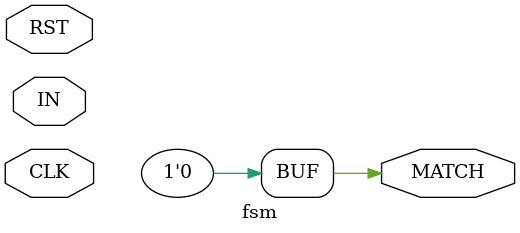
<source format=v>
module fsm(IN,MATCH,CLK,RST);
input IN,CLK,RST;
output reg MATCH;

reg [2:0] ST_cr,ST_nt;

parameter s0 = 000;
parameter s1 = 001;
parameter s2 = 010;
parameter s3 = 011;
parameter s4 = 100;
parameter s5 = 101;

always@(posedge CLK or posedge RST) begin
	if(RST)
		ST_cr <= s0;
	else
		ST_cr <= ST_nt;
end

always@(*) begin
	case(ST_cr)
		s0:begin
			if (IN==0)
				ST_nt = s0;
			else
				ST_nt = s1;
		end
		
		s1:begin
                        if (IN==0)
                                ST_nt = s2;
                        else
                                ST_nt = s1;
                end

                s2:begin
                        if (IN==0)
                                ST_nt = s3;
                        else
                                ST_nt = s1;
                end

                s3:begin
                        if (IN==0)
                                ST_nt = s0;
                        else
                                ST_nt = s4;
                end

                s4:begin
                        if (IN==0)
                                ST_nt = s2;
                        else
                                ST_nt = s5;
                end

                s5:begin
                        if (IN==0)
                                ST_nt = s2;
                        else
                                ST_nt = s1;
                end

	endcase
end

always@(*) begin
        if(RST)
                MATCH  <= 0;
        else if (ST_cr == s4 && IN == 1)
                MATCH  <= 1;
	else 
		MATCH  <= 0;
end

endmodule
</source>
